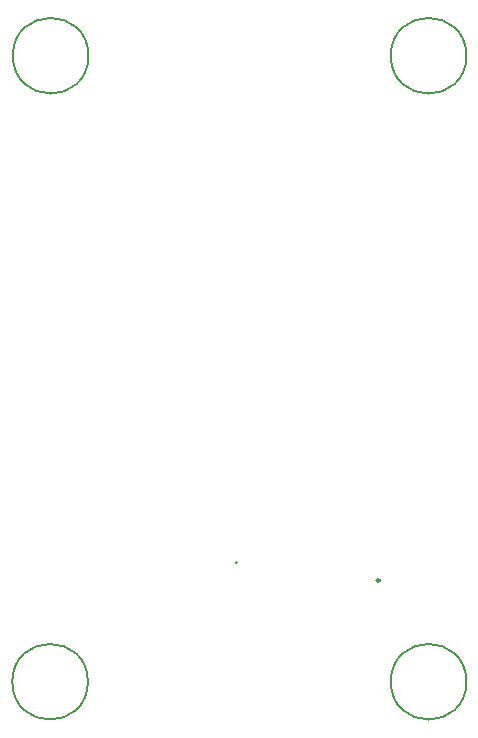
<source format=gbr>
%TF.GenerationSoftware,KiCad,Pcbnew,(6.0.7)*%
%TF.CreationDate,2025-03-15T16:29:39+08:00*%
%TF.ProjectId,solar_tracer,736f6c61-725f-4747-9261-6365722e6b69,1*%
%TF.SameCoordinates,PX6979f40PY7be1de0*%
%TF.FileFunction,Other,Comment*%
%FSLAX46Y46*%
G04 Gerber Fmt 4.6, Leading zero omitted, Abs format (unit mm)*
G04 Created by KiCad (PCBNEW (6.0.7)) date 2025-03-15 16:29:39*
%MOMM*%
%LPD*%
G01*
G04 APERTURE LIST*
%ADD10C,0.150000*%
%ADD11C,0.250000*%
G04 APERTURE END LIST*
D10*
%TO.C,H4*%
X39200000Y57000000D02*
G75*
G03*
X39200000Y57000000I-3200000J0D01*
G01*
%TO.C,H1*%
X7200000Y57000000D02*
G75*
G03*
X7200000Y57000000I-3200000J0D01*
G01*
D11*
%TO.C,U4*%
X31868000Y12583000D02*
G75*
G03*
X31868000Y12583000I-130000J0D01*
G01*
D10*
%TO.C,U3*%
X19792000Y14084000D02*
G75*
G03*
X19792000Y14084000I-70000J0D01*
G01*
%TO.C,H3*%
X39200000Y4000000D02*
G75*
G03*
X39200000Y4000000I-3200000J0D01*
G01*
%TO.C,H2*%
X7153500Y4000000D02*
G75*
G03*
X7153500Y4000000I-3200000J0D01*
G01*
%TD*%
M02*

</source>
